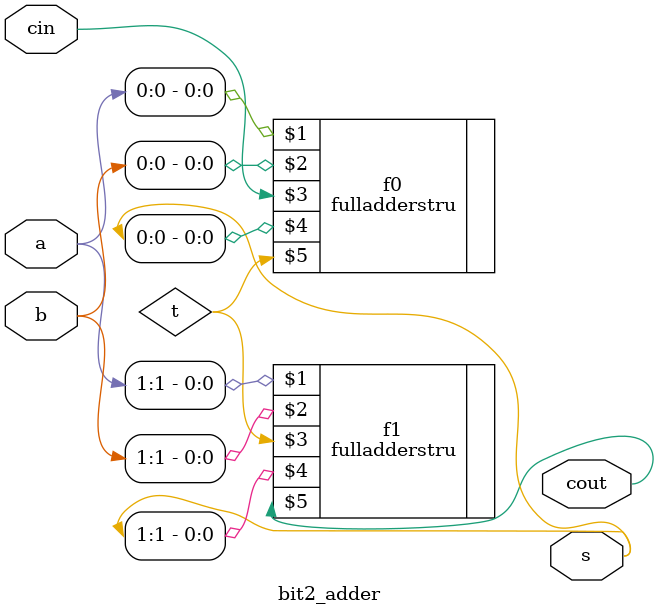
<source format=v>
`timescale 1ns / 1ps


module bit2_adder(input wire [1:0] a,input wire [1:0] b,input wire cin,output wire [1:0] s,output wire cout);
wire t;

fulladderstru f0(a[0],b[0],cin,s[0],t);
fulladderstru f1(a[1],b[1],t,s[1],cout);

endmodule

</source>
